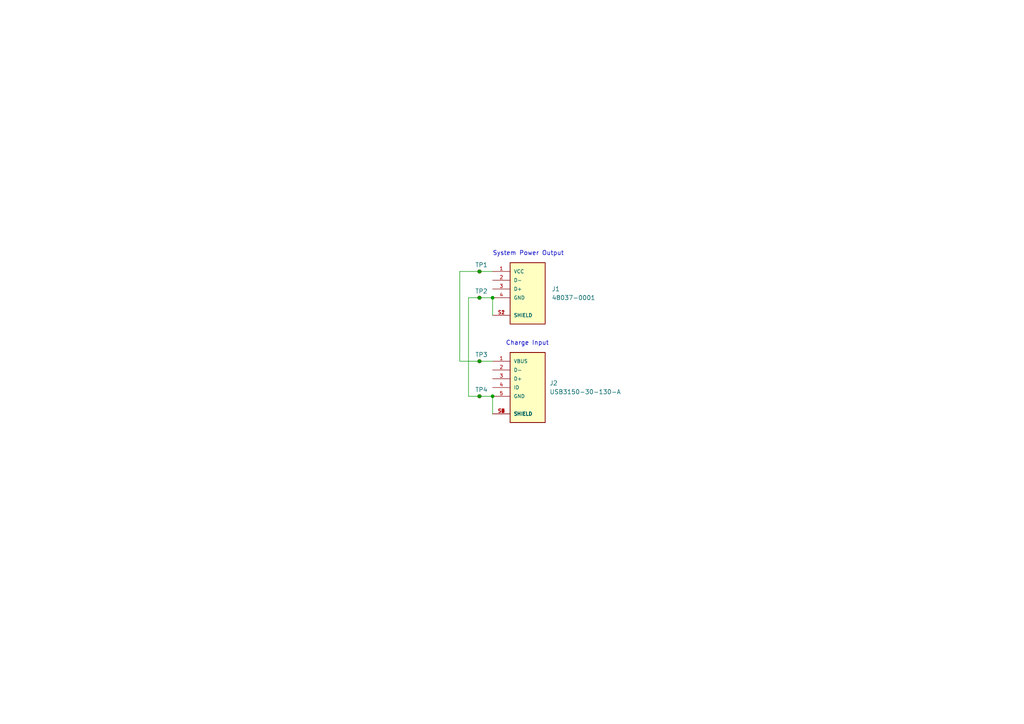
<source format=kicad_sch>
(kicad_sch (version 20230121) (generator eeschema)
  (paper "A4")
  (lib_symbols
    (symbol "48037-0001:48037-0001" (pin_names (offset 1.016))
      (property "Reference" "J" (at -5.08 8.89 0))
      (property "Value" "48037-0001" (at -5.08 -12.7 0))
      (symbol "48037-0001_0_0"
        (rectangle (start -5.08 -10.16) (end 5.08 7.62) (stroke (width 0.254)) (fill (type background)))
        (pin power_in line (at -10.16 5.08 0) (length 5.08) (name "VCC") (number "1"))
        (pin bidirectional line (at -10.16 2.54 0) (length 5.08) (name "D-") (number "2"))
        (pin bidirectional line (at -10.16 0 0) (length 5.08) (name "D+") (number "3"))
        (pin power_in line (at -10.16 -2.54 0) (length 5.08) (name "GND") (number "4"))
        (pin passive line (at -10.16 -7.62 0) (length 5.08) (name "SHIELD") (number "S1"))
        (pin passive line (at -10.16 -7.62 0) (length 5.08) (name "SHIELD") (number "S2"))
      )
    )
    (symbol "Connector:TestPoint_Small" (pin_numbers hide) (pin_names (offset 0.762) hide)
      (property "Reference" "TP" (at 0 3.81 0))
      (property "Value" "TestPoint_Small" (at 0 2.032 0))
      (symbol "TestPoint_Small_0_1"
        (circle (center 0 0) (radius 0.508))
      )
      (symbol "TestPoint_Small_1_1"
        (pin passive line (at 0 0 90) (length 0) (name "1") (number "1"))
      )
    )
    (symbol "USB3150-30-130-A:USB3150-30-130-A" (pin_names (offset 1.016))
      (property "Reference" "J" (at -5.08 10.16 0))
      (property "Value" "USB3150-30-130-A" (at -5.08 -12.7 0))
      (symbol "USB3150-30-130-A_0_0"
        (rectangle (start -5.08 -10.16) (end 5.08 10.16) (stroke (width 0.254)) (fill (type background)))
        (pin passive line (at -10.16 7.62 0) (length 5.08) (name "VBUS") (number "1"))
        (pin passive line (at -10.16 5.08 0) (length 5.08) (name "D-") (number "2"))
        (pin passive line (at -10.16 2.54 0) (length 5.08) (name "D+") (number "3"))
        (pin passive line (at -10.16 0 0) (length 5.08) (name "ID") (number "4"))
        (pin passive line (at -10.16 -2.54 0) (length 5.08) (name "GND") (number "5"))
        (pin passive line (at -10.16 -7.62 0) (length 5.08) (name "SHIELD") (number "S1"))
        (pin passive line (at -10.16 -7.62 0) (length 5.08) (name "SHIELD") (number "S2"))
        (pin passive line (at -10.16 -7.62 0) (length 5.08) (name "SHIELD") (number "S3"))
        (pin passive line (at -10.16 -7.62 0) (length 5.08) (name "SHIELD") (number "S4"))
        (pin passive line (at -10.16 -7.62 0) (length 5.08) (name "SHIELD") (number "S5"))
        (pin passive line (at -10.16 -7.62 0) (length 5.08) (name "SHIELD") (number "S6"))
      )
    )
  )
  (junction (at 142.875 114.935))
  (junction (at 139.065 86.36))
  (junction (at 139.065 78.74))
  (junction (at 142.875 86.36))
  (junction (at 139.065 104.775))
  (junction (at 139.065 114.935))
  (wire (pts (xy 142.875 86.36) (xy 142.875 91.44)))
  (wire (pts (xy 139.065 78.74) (xy 142.875 78.74)))
  (wire (pts (xy 135.89 114.935) (xy 139.065 114.935)))
  (wire (pts (xy 139.065 86.36) (xy 142.875 86.36)))
  (wire (pts (xy 135.89 86.36) (xy 135.89 114.935)))
  (wire (pts (xy 139.065 86.36) (xy 135.89 86.36)))
  (wire (pts (xy 142.875 114.935) (xy 142.875 120.015)))
  (wire (pts (xy 133.35 78.74) (xy 133.35 104.775)))
  (wire (pts (xy 133.35 104.775) (xy 139.065 104.775)))
  (wire (pts (xy 139.065 104.775) (xy 142.875 104.775)))
  (wire (pts (xy 139.065 78.74) (xy 133.35 78.74)))
  (wire (pts (xy 139.065 114.935) (xy 142.875 114.935)))
  (text "Charge Input" (at 146.685 100.33 0) (effects (font (size 1.27 1.27)) (justify left bottom)))
  (text "System Power Output" (at 142.875 74.295 0) (effects (font (size 1.27 1.27)) (justify left bottom)))
  (symbol (lib_id "USB3150-30-130-A:USB3150-30-130-A") (at 153.035 112.395 0) (unit 1)
    (property "Reference" "J2" (at 159.385 111.125 0) (effects (justify left)))
    (property "Value" "USB3150-30-130-A" (at 159.385 113.665 0) (effects (justify left)))
    (property "Footprint" "USB3150-30-130-A:GCT_USB3150-30-130-A" (effects hide))
    (property "MF" "Global Connector Technology" (effects hide))
    (property "MAXIMUM_PACKAGE_HEIGHT" "7.23mm" (effects hide))
    (property "Package" "None" (effects hide))
    (property "Price" "None" (effects hide))
    (property "Check_prices" "https://www.snapeda.com/parts/USB3150-30-130-A/Global+Connector+Technology/view-part/?ref=eda" (effects hide))
    (property "STANDARD" "Manufacturer recommendations" (effects hide))
    (property "PARTREV" "A2" (effects hide))
    (property "SnapEDA_Link" "https://www.snapeda.com/parts/USB3150-30-130-A/Global+Connector+Technology/view-part/?ref=snap" (effects hide))
    (property "MP" "USB3150-30-130-A" (effects hide))
    (property "Description" "\nUSB - micro B USB 2.0 Plug Connector 5 Position Through Hole\n" (effects hide))
    (property "Availability" "In Stock" (effects hide))
    (property "MANUFACTURER" "GCT" (effects hide))
  )
  (symbol (lib_id "Connector:TestPoint_Small") (at 139.065 86.36 0) (unit 1)
    (property "Reference" "TP2" (at 137.795 84.455 0) (effects (justify left)))
    (property "Value" "TestPoint_Small" (effects hide))
    (property "Footprint" "TestPoint:TestPoint_THTPad_D3.0mm_Drill1.5mm" (effects hide))
  )
  (symbol (lib_id "Connector:TestPoint_Small") (at 139.065 78.74 0) (unit 1)
    (property "Reference" "TP1" (at 137.795 76.835 0) (effects (justify left)))
    (property "Value" "TestPoint_Small" (effects hide))
    (property "Footprint" "TestPoint:TestPoint_THTPad_D3.0mm_Drill1.5mm" (effects hide))
  )
  (symbol (lib_id "Connector:TestPoint_Small") (at 139.065 114.935 0) (unit 1)
    (property "Reference" "TP4" (at 137.795 113.03 0) (effects (justify left)))
    (property "Value" "TestPoint_Small" (effects hide))
    (property "Footprint" "TestPoint:TestPoint_THTPad_D3.0mm_Drill1.5mm" (effects hide))
  )
  (symbol (lib_id "48037-0001:48037-0001") (at 153.035 83.82 0) (unit 1)
    (property "Reference" "J1" (at 160.02 83.82 0) (effects (justify left)))
    (property "Value" "48037-0001" (at 160.02 86.36 0) (effects (justify left)))
    (property "Footprint" "48037-0001:MOLEX_48037-0001" (effects hide))
    (property "MF" "Molex" (effects hide))
    (property "MAXIMUM_PACKAGE_HEIGHT" "4.6mm" (effects hide))
    (property "Package" "None" (effects hide))
    (property "Price" "None" (effects hide))
    (property "Check_prices" "https://www.snapeda.com/parts/0480370001/Molex/view-part/?ref=eda" (effects hide))
    (property "STANDARD" "Manufacturer Recommendations" (effects hide))
    (property "PARTREV" "D" (effects hide))
    (property "SnapEDA_Link" "https://www.snapeda.com/parts/0480370001/Molex/view-part/?ref=snap" (effects hide))
    (property "MP" "0480370001" (effects hide))
    (property "Description" "\nUSB-A (USB TYPE-A) USB 2.0 Plug Connector 4 Position Through Hole, Right Angle\n" (effects hide))
    (property "Availability" "In Stock" (effects hide))
    (property "MANUFACTURER" "Molex" (effects hide))
  )
  (symbol (lib_id "Connector:TestPoint_Small") (at 139.065 104.775 0) (unit 1)
    (property "Reference" "TP3" (at 137.795 102.87 0) (effects (justify left)))
    (property "Value" "TestPoint_Small" (effects hide))
    (property "Footprint" "TestPoint:TestPoint_THTPad_D3.0mm_Drill1.5mm" (effects hide))
  )
)
</source>
